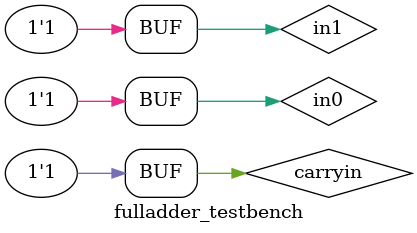
<source format=sv>
`timescale 1ns/1ns
module fulladder_testbench;
 logic in0, in1, carryin; 
 logic add, carryout;

//spect : 8336949259
// Instantiate design under test
fulladder design_instance(
.a(in0),
.b(in1),
.cin(carryin),
.cout(carryout),
.sum(add)
);

initial begin
// Initialize Inputs
in0=0;
in1=0;
carryin=0;
// Wait 100 ns for global reset to finish
#100;
in0=0;
in1=0;
carryin=0;
#50 
in0=1;
in1=0;
carryin=0;
#50
in0=0;
in1=1;
carryin=0;
#50
in0=1;
in1=1;
carryin=0;
#50; 
in0=0;
in1=0;
carryin=1;
#50; 
in0=1;
in1=0;
carryin=1;
#50;
in0=0;
in1=1;
carryin=1;
#50;
in0=1;
in1=1;
carryin=1;
#50;
end

initial begin
 $monitor(" time=%0t   a=%d   b=%d   c=%d   sum=%d   cout=%d\n", $time, in0, in1, carryin, add, carryout);
end
endmodule
</source>
